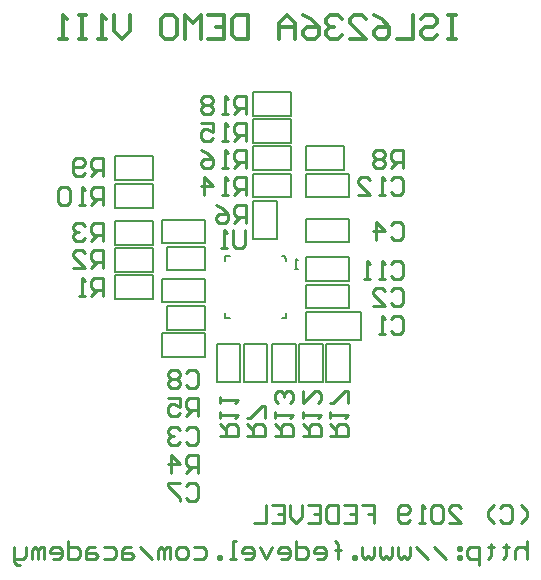
<source format=gbo>
G04*
G04 #@! TF.GenerationSoftware,Altium Limited,Altium Designer,19.0.13 (425)*
G04*
G04 Layer_Color=32896*
%FSLAX44Y44*%
%MOMM*%
G71*
G01*
G75*
%ADD10C,0.2000*%
%ADD11C,0.2540*%
%ADD47C,0.3500*%
D10*
X276000Y272000D02*
Y274000D01*
Y224000D02*
Y228000D01*
X272000Y224000D02*
X276000D01*
X224000D02*
X228000D01*
X224000D02*
Y228000D01*
Y272000D02*
Y276000D01*
X228000D01*
X272000D02*
X274000D01*
X276000Y274000D01*
X237000Y170000D02*
Y202000D01*
X217000Y170000D02*
X237000D01*
X217000D02*
Y202000D01*
X237000D01*
X240000Y170000D02*
Y202000D01*
X260000D01*
Y170000D02*
Y202000D01*
X240000Y170000D02*
X260000D01*
X284000D02*
Y202000D01*
X264000Y170000D02*
X284000D01*
X264000D02*
Y202000D01*
X284000D01*
X287000Y170000D02*
Y202000D01*
X307000D01*
Y170000D02*
Y202000D01*
X287000Y170000D02*
X307000D01*
X330000D02*
Y202000D01*
X310000Y170000D02*
X330000D01*
X310000D02*
Y202000D01*
X330000D01*
X339000Y205000D02*
Y229000D01*
X293000D02*
X339000D01*
X293000Y205000D02*
Y229000D01*
Y205000D02*
X339000D01*
X293000Y232000D02*
X329000D01*
X293000D02*
Y252000D01*
X329000D01*
Y232000D02*
Y252000D01*
X293000Y275000D02*
X329000D01*
Y255000D02*
Y275000D01*
X293000Y255000D02*
X329000D01*
X293000D02*
Y275000D01*
Y288000D02*
X329000D01*
X293000D02*
Y308000D01*
X329000D01*
Y288000D02*
Y308000D01*
X293000Y346000D02*
X329000D01*
Y326000D02*
Y346000D01*
X293000Y326000D02*
X329000D01*
X293000D02*
Y346000D01*
Y349000D02*
X325000D01*
X293000D02*
Y369000D01*
X325000D01*
Y349000D02*
Y369000D01*
X248000Y291000D02*
Y323000D01*
X268000D01*
Y291000D02*
Y323000D01*
X248000Y291000D02*
X268000D01*
X248000Y346000D02*
X280000D01*
Y326000D02*
Y346000D01*
X248000Y326000D02*
X280000D01*
X248000D02*
Y346000D01*
Y369000D02*
X280000D01*
Y349000D02*
Y369000D01*
X248000Y349000D02*
X280000D01*
X248000D02*
Y369000D01*
Y392000D02*
X280000D01*
Y372000D02*
Y392000D01*
X248000Y372000D02*
X280000D01*
X248000D02*
Y392000D01*
Y395000D02*
X280000D01*
X248000D02*
Y415000D01*
X280000D01*
Y395000D02*
Y415000D01*
X171000Y191000D02*
X207000D01*
X171000D02*
Y211000D01*
X207000D01*
Y191000D02*
Y211000D01*
X175000Y234000D02*
X207000D01*
Y214000D02*
Y234000D01*
X175000Y214000D02*
X207000D01*
X175000D02*
Y234000D01*
X171000Y257000D02*
X207000D01*
Y237000D02*
Y257000D01*
X171000Y237000D02*
X207000D01*
X171000D02*
Y257000D01*
X175000Y264000D02*
X207000D01*
X175000D02*
Y284000D01*
X207000D01*
Y264000D02*
Y284000D01*
X171000Y307000D02*
X207000D01*
Y287000D02*
Y307000D01*
X171000Y287000D02*
X207000D01*
X171000D02*
Y307000D01*
X131000Y240000D02*
X163000D01*
X131000D02*
Y260000D01*
X163000D01*
Y240000D02*
Y260000D01*
X131000Y283000D02*
X163000D01*
Y263000D02*
Y283000D01*
X131000Y263000D02*
X163000D01*
X131000D02*
Y283000D01*
Y286000D02*
X163000D01*
X131000D02*
Y306000D01*
X163000D01*
Y286000D02*
Y306000D01*
X131000Y317000D02*
X163000D01*
X131000D02*
Y337000D01*
X163000D01*
Y317000D02*
Y337000D01*
X131000Y341000D02*
X163000D01*
X131000D02*
Y361000D01*
X163000D01*
Y341000D02*
Y361000D01*
X286000Y265000D02*
X283001D01*
X284501D01*
Y273997D01*
X286000Y272498D01*
D11*
X480000Y35235D02*
Y20000D01*
Y27617D01*
X477461Y30157D01*
X472383D01*
X469843Y27617D01*
Y20000D01*
X462226Y32696D02*
Y30157D01*
X464765D01*
X459687D01*
X462226D01*
Y22539D01*
X459687Y20000D01*
X449530Y32696D02*
Y30157D01*
X452069D01*
X446991D01*
X449530D01*
Y22539D01*
X446991Y20000D01*
X439373Y14922D02*
Y30157D01*
X431756D01*
X429216Y27617D01*
Y22539D01*
X431756Y20000D01*
X439373D01*
X424138Y30157D02*
X421599D01*
Y27617D01*
X424138D01*
Y30157D01*
Y22539D02*
X421599D01*
Y20000D01*
X424138D01*
Y22539D01*
X411442Y20000D02*
X401286Y30157D01*
X396207Y20000D02*
X386050Y30157D01*
X380972D02*
Y22539D01*
X378433Y20000D01*
X375894Y22539D01*
X373354Y20000D01*
X370815Y22539D01*
Y30157D01*
X365737D02*
Y22539D01*
X363198Y20000D01*
X360659Y22539D01*
X358120Y20000D01*
X355580Y22539D01*
Y30157D01*
X350502D02*
Y22539D01*
X347963Y20000D01*
X345424Y22539D01*
X342884Y20000D01*
X340345Y22539D01*
Y30157D01*
X335267Y20000D02*
Y22539D01*
X332728D01*
Y20000D01*
X335267D01*
X320032D02*
Y32696D01*
Y27617D01*
X322571D01*
X317493D01*
X320032D01*
Y32696D01*
X317493Y35235D01*
X302257Y20000D02*
X307336D01*
X309875Y22539D01*
Y27617D01*
X307336Y30157D01*
X302257D01*
X299718Y27617D01*
Y25078D01*
X309875D01*
X284483Y35235D02*
Y20000D01*
X292101D01*
X294640Y22539D01*
Y27617D01*
X292101Y30157D01*
X284483D01*
X271787Y20000D02*
X276866D01*
X279405Y22539D01*
Y27617D01*
X276866Y30157D01*
X271787D01*
X269248Y27617D01*
Y25078D01*
X279405D01*
X264170Y30157D02*
X259091Y20000D01*
X254013Y30157D01*
X241317Y20000D02*
X246396D01*
X248935Y22539D01*
Y27617D01*
X246396Y30157D01*
X241317D01*
X238778Y27617D01*
Y25078D01*
X248935D01*
X233700Y20000D02*
X228621D01*
X231161D01*
Y35235D01*
X233700D01*
X221004Y20000D02*
Y22539D01*
X218465D01*
Y20000D01*
X221004D01*
X198151Y30157D02*
X205769D01*
X208308Y27617D01*
Y22539D01*
X205769Y20000D01*
X198151D01*
X190534D02*
X185455D01*
X182916Y22539D01*
Y27617D01*
X185455Y30157D01*
X190534D01*
X193073Y27617D01*
Y22539D01*
X190534Y20000D01*
X177838D02*
Y30157D01*
X175299D01*
X172759Y27617D01*
Y20000D01*
Y27617D01*
X170220Y30157D01*
X167681Y27617D01*
Y20000D01*
X162603D02*
X152446Y30157D01*
X144829D02*
X139750D01*
X137211Y27617D01*
Y20000D01*
X144829D01*
X147368Y22539D01*
X144829Y25078D01*
X137211D01*
X121976Y30157D02*
X129593D01*
X132133Y27617D01*
Y22539D01*
X129593Y20000D01*
X121976D01*
X114358Y30157D02*
X109280D01*
X106741Y27617D01*
Y20000D01*
X114358D01*
X116897Y22539D01*
X114358Y25078D01*
X106741D01*
X91506Y35235D02*
Y20000D01*
X99123D01*
X101662Y22539D01*
Y27617D01*
X99123Y30157D01*
X91506D01*
X78810Y20000D02*
X83888D01*
X86427Y22539D01*
Y27617D01*
X83888Y30157D01*
X78810D01*
X76271Y27617D01*
Y25078D01*
X86427D01*
X71192Y20000D02*
Y30157D01*
X68653D01*
X66114Y27617D01*
Y20000D01*
Y27617D01*
X63575Y30157D01*
X61036Y27617D01*
Y20000D01*
X55957Y30157D02*
Y22539D01*
X53418Y20000D01*
X45800D01*
Y17461D01*
X48340Y14922D01*
X50879D01*
X45800Y20000D02*
Y30157D01*
X474922Y50000D02*
X480000Y55078D01*
Y60157D01*
X474922Y65235D01*
X457147Y62696D02*
X459687Y65235D01*
X464765D01*
X467304Y62696D01*
Y52539D01*
X464765Y50000D01*
X459687D01*
X457147Y52539D01*
X452069Y50000D02*
X446991Y55078D01*
Y60157D01*
X452069Y65235D01*
X413981Y50000D02*
X424138D01*
X413981Y60157D01*
Y62696D01*
X416521Y65235D01*
X421599D01*
X424138Y62696D01*
X408903D02*
X406364Y65235D01*
X401286D01*
X398746Y62696D01*
Y52539D01*
X401286Y50000D01*
X406364D01*
X408903Y52539D01*
Y62696D01*
X393668Y50000D02*
X388590D01*
X391129D01*
Y65235D01*
X393668Y62696D01*
X380972Y52539D02*
X378433Y50000D01*
X373354D01*
X370815Y52539D01*
Y62696D01*
X373354Y65235D01*
X378433D01*
X380972Y62696D01*
Y60157D01*
X378433Y57618D01*
X370815D01*
X340345Y65235D02*
X350502D01*
Y57618D01*
X345424D01*
X350502D01*
Y50000D01*
X325110Y65235D02*
X335267D01*
Y50000D01*
X325110D01*
X335267Y57618D02*
X330188D01*
X320032Y65235D02*
Y50000D01*
X312414D01*
X309875Y52539D01*
Y62696D01*
X312414Y65235D01*
X320032D01*
X294640D02*
X304797D01*
Y50000D01*
X294640D01*
X304797Y57618D02*
X299718D01*
X289562Y65235D02*
Y55078D01*
X284483Y50000D01*
X279405Y55078D01*
Y65235D01*
X264170D02*
X274327D01*
Y50000D01*
X264170D01*
X274327Y57618D02*
X269248D01*
X259091Y65235D02*
Y50000D01*
X248935D01*
X241000Y298235D02*
Y285539D01*
X238461Y283000D01*
X233382D01*
X230843Y285539D01*
Y298235D01*
X225765Y283000D02*
X220687D01*
X223226D01*
Y298235D01*
X225765Y295696D01*
X219500Y124000D02*
X234735D01*
Y131617D01*
X232196Y134157D01*
X227118D01*
X224578Y131617D01*
Y124000D01*
Y129078D02*
X219500Y134157D01*
Y139235D02*
Y144313D01*
Y141774D01*
X234735D01*
X232196Y139235D01*
X219500Y151931D02*
Y157009D01*
Y154470D01*
X234735D01*
X232196Y151931D01*
X242500Y124000D02*
X257735D01*
Y131617D01*
X255196Y134157D01*
X250118D01*
X247578Y131617D01*
Y124000D01*
Y129078D02*
X242500Y134157D01*
X257735Y139235D02*
Y149392D01*
X255196D01*
X245039Y139235D01*
X242500D01*
X266500Y124000D02*
X281735D01*
Y131617D01*
X279196Y134157D01*
X274118D01*
X271578Y131617D01*
Y124000D01*
Y129078D02*
X266500Y134157D01*
Y139235D02*
Y144313D01*
Y141774D01*
X281735D01*
X279196Y139235D01*
Y151931D02*
X281735Y154470D01*
Y159549D01*
X279196Y162088D01*
X276657D01*
X274118Y159549D01*
Y157009D01*
Y159549D01*
X271578Y162088D01*
X269039D01*
X266500Y159549D01*
Y154470D01*
X269039Y151931D01*
X290000Y124000D02*
X305235D01*
Y131617D01*
X302696Y134157D01*
X297617D01*
X295078Y131617D01*
Y124000D01*
Y129078D02*
X290000Y134157D01*
Y139235D02*
Y144313D01*
Y141774D01*
X305235D01*
X302696Y139235D01*
X290000Y162088D02*
Y151931D01*
X300157Y162088D01*
X302696D01*
X305235Y159549D01*
Y154470D01*
X302696Y151931D01*
X313000Y124000D02*
X328235D01*
Y131617D01*
X325696Y134157D01*
X320617D01*
X318078Y131617D01*
Y124000D01*
Y129078D02*
X313000Y134157D01*
Y139235D02*
Y144313D01*
Y141774D01*
X328235D01*
X325696Y139235D01*
X328235Y151931D02*
Y162088D01*
X325696D01*
X315539Y151931D01*
X313000D01*
X364279Y223310D02*
X366819Y225849D01*
X371897D01*
X374436Y223310D01*
Y213153D01*
X371897Y210614D01*
X366819D01*
X364279Y213153D01*
X359201Y210614D02*
X354123D01*
X356662D01*
Y225849D01*
X359201Y223310D01*
X364279Y246424D02*
X366819Y248963D01*
X371897D01*
X374436Y246424D01*
Y236267D01*
X371897Y233728D01*
X366819D01*
X364279Y236267D01*
X349044Y233728D02*
X359201D01*
X349044Y243885D01*
Y246424D01*
X351583Y248963D01*
X356662D01*
X359201Y246424D01*
X364279Y269284D02*
X366819Y271823D01*
X371897D01*
X374436Y269284D01*
Y259127D01*
X371897Y256588D01*
X366819D01*
X364279Y259127D01*
X359201Y256588D02*
X354123D01*
X356662D01*
Y271823D01*
X359201Y269284D01*
X346505Y256588D02*
X341427D01*
X343966D01*
Y271823D01*
X346505Y269284D01*
X364279Y302304D02*
X366819Y304843D01*
X371897D01*
X374436Y302304D01*
Y292147D01*
X371897Y289608D01*
X366819D01*
X364279Y292147D01*
X351583Y289608D02*
Y304843D01*
X359201Y297225D01*
X349044D01*
X364279Y340404D02*
X366819Y342943D01*
X371897D01*
X374436Y340404D01*
Y330247D01*
X371897Y327708D01*
X366819D01*
X364279Y330247D01*
X359201Y327708D02*
X354123D01*
X356662D01*
Y342943D01*
X359201Y340404D01*
X336348Y327708D02*
X346505D01*
X336348Y337865D01*
Y340404D01*
X338887Y342943D01*
X343966D01*
X346505Y340404D01*
X374436Y350568D02*
Y365803D01*
X366819D01*
X364279Y363264D01*
Y358186D01*
X366819Y355646D01*
X374436D01*
X369358D02*
X364279Y350568D01*
X359201Y363264D02*
X356662Y365803D01*
X351583D01*
X349044Y363264D01*
Y360725D01*
X351583Y358186D01*
X349044Y355646D01*
Y353107D01*
X351583Y350568D01*
X356662D01*
X359201Y353107D01*
Y355646D01*
X356662Y358186D01*
X359201Y360725D01*
Y363264D01*
X356662Y358186D02*
X351583D01*
X241508Y304594D02*
Y319829D01*
X233890D01*
X231351Y317290D01*
Y312211D01*
X233890Y309672D01*
X241508D01*
X236430D02*
X231351Y304594D01*
X216116Y319829D02*
X221195Y317290D01*
X226273Y312211D01*
Y307133D01*
X223734Y304594D01*
X218655D01*
X216116Y307133D01*
Y309672D01*
X218655Y312211D01*
X226273D01*
X241508Y327708D02*
Y342943D01*
X233890D01*
X231351Y340404D01*
Y335326D01*
X233890Y332786D01*
X241508D01*
X236430D02*
X231351Y327708D01*
X226273D02*
X221195D01*
X223734D01*
Y342943D01*
X226273Y340404D01*
X205959Y327708D02*
Y342943D01*
X213577Y335326D01*
X203420D01*
X241508Y350568D02*
Y365803D01*
X233890D01*
X231351Y363264D01*
Y358186D01*
X233890Y355646D01*
X241508D01*
X236430D02*
X231351Y350568D01*
X226273D02*
X221195D01*
X223734D01*
Y365803D01*
X226273Y363264D01*
X203420Y365803D02*
X208499Y363264D01*
X213577Y358186D01*
Y353107D01*
X211038Y350568D01*
X205959D01*
X203420Y353107D01*
Y355646D01*
X205959Y358186D01*
X213577D01*
X241508Y373682D02*
Y388917D01*
X233890D01*
X231351Y386378D01*
Y381300D01*
X233890Y378760D01*
X241508D01*
X236430D02*
X231351Y373682D01*
X226273D02*
X221195D01*
X223734D01*
Y388917D01*
X226273Y386378D01*
X203420Y388917D02*
X213577D01*
Y381300D01*
X208499Y383839D01*
X205959D01*
X203420Y381300D01*
Y376221D01*
X205959Y373682D01*
X211038D01*
X213577Y376221D01*
X241508Y396542D02*
Y411777D01*
X233890D01*
X231351Y409238D01*
Y404160D01*
X233890Y401620D01*
X241508D01*
X236430D02*
X231351Y396542D01*
X226273D02*
X221195D01*
X223734D01*
Y411777D01*
X226273Y409238D01*
X213577D02*
X211038Y411777D01*
X205959D01*
X203420Y409238D01*
Y406699D01*
X205959Y404160D01*
X203420Y401620D01*
Y399081D01*
X205959Y396542D01*
X211038D01*
X213577Y399081D01*
Y401620D01*
X211038Y404160D01*
X213577Y406699D01*
Y409238D01*
X211038Y404160D02*
X205959D01*
X191199Y81276D02*
X193738Y83815D01*
X198817D01*
X201356Y81276D01*
Y71119D01*
X198817Y68580D01*
X193738D01*
X191199Y71119D01*
X186121Y83815D02*
X175964D01*
Y81276D01*
X186121Y71119D01*
Y68580D01*
X201356Y92583D02*
Y107818D01*
X193738D01*
X191199Y105279D01*
Y100201D01*
X193738Y97661D01*
X201356D01*
X196278D02*
X191199Y92583D01*
X178503D02*
Y107818D01*
X186121Y100201D01*
X175964D01*
X191199Y129282D02*
X193738Y131821D01*
X198817D01*
X201356Y129282D01*
Y119125D01*
X198817Y116586D01*
X193738D01*
X191199Y119125D01*
X186121Y129282D02*
X183582Y131821D01*
X178503D01*
X175964Y129282D01*
Y126743D01*
X178503Y124204D01*
X181043D01*
X178503D01*
X175964Y121664D01*
Y119125D01*
X178503Y116586D01*
X183582D01*
X186121Y119125D01*
X201356Y140589D02*
Y155824D01*
X193738D01*
X191199Y153285D01*
Y148207D01*
X193738Y145667D01*
X201356D01*
X196278D02*
X191199Y140589D01*
X175964Y155824D02*
X186121D01*
Y148207D01*
X181043Y150746D01*
X178503D01*
X175964Y148207D01*
Y143128D01*
X178503Y140589D01*
X183582D01*
X186121Y143128D01*
X191199Y177288D02*
X193738Y179827D01*
X198817D01*
X201356Y177288D01*
Y167131D01*
X198817Y164592D01*
X193738D01*
X191199Y167131D01*
X186121Y177288D02*
X183582Y179827D01*
X178503D01*
X175964Y177288D01*
Y174749D01*
X178503Y172209D01*
X175964Y169670D01*
Y167131D01*
X178503Y164592D01*
X183582D01*
X186121Y167131D01*
Y169670D01*
X183582Y172209D01*
X186121Y174749D01*
Y177288D01*
X183582Y172209D02*
X178503D01*
X120414Y242602D02*
Y257837D01*
X112796D01*
X110257Y255298D01*
Y250219D01*
X112796Y247680D01*
X120414D01*
X115336D02*
X110257Y242602D01*
X105179D02*
X100101D01*
X102640D01*
Y257837D01*
X105179Y255298D01*
X120414Y265716D02*
Y280951D01*
X112796D01*
X110257Y278412D01*
Y273333D01*
X112796Y270794D01*
X120414D01*
X115336D02*
X110257Y265716D01*
X95022D02*
X105179D01*
X95022Y275873D01*
Y278412D01*
X97561Y280951D01*
X102640D01*
X105179Y278412D01*
X120414Y288576D02*
Y303811D01*
X112796D01*
X110257Y301272D01*
Y296194D01*
X112796Y293654D01*
X120414D01*
X115336D02*
X110257Y288576D01*
X105179Y301272D02*
X102640Y303811D01*
X97561D01*
X95022Y301272D01*
Y298733D01*
X97561Y296194D01*
X100101D01*
X97561D01*
X95022Y293654D01*
Y291115D01*
X97561Y288576D01*
X102640D01*
X105179Y291115D01*
X120414Y319564D02*
Y334799D01*
X112796D01*
X110257Y332260D01*
Y327182D01*
X112796Y324642D01*
X120414D01*
X115336D02*
X110257Y319564D01*
X105179D02*
X100101D01*
X102640D01*
Y334799D01*
X105179Y332260D01*
X92483D02*
X89944Y334799D01*
X84866D01*
X82326Y332260D01*
Y322103D01*
X84866Y319564D01*
X89944D01*
X92483Y322103D01*
Y332260D01*
X120414Y343694D02*
Y358929D01*
X112796D01*
X110257Y356390D01*
Y351311D01*
X112796Y348772D01*
X120414D01*
X115336D02*
X110257Y343694D01*
X105179Y346233D02*
X102640Y343694D01*
X97561D01*
X95022Y346233D01*
Y356390D01*
X97561Y358929D01*
X102640D01*
X105179Y356390D01*
Y353851D01*
X102640Y351311D01*
X95022D01*
D47*
X420000Y479994D02*
X413335D01*
X416668D01*
Y460000D01*
X420000D01*
X413335D01*
X390010Y476661D02*
X393342Y479994D01*
X400006D01*
X403339Y476661D01*
Y473329D01*
X400006Y469997D01*
X393342D01*
X390010Y466665D01*
Y463332D01*
X393342Y460000D01*
X400006D01*
X403339Y463332D01*
X383345Y479994D02*
Y460000D01*
X370016D01*
X350023Y479994D02*
X356687Y476661D01*
X363352Y469997D01*
Y463332D01*
X360019Y460000D01*
X353355D01*
X350023Y463332D01*
Y466665D01*
X353355Y469997D01*
X363352D01*
X330029Y460000D02*
X343358D01*
X330029Y473329D01*
Y476661D01*
X333361Y479994D01*
X340026D01*
X343358Y476661D01*
X323364D02*
X320032Y479994D01*
X313368D01*
X310035Y476661D01*
Y473329D01*
X313368Y469997D01*
X316700D01*
X313368D01*
X310035Y466665D01*
Y463332D01*
X313368Y460000D01*
X320032D01*
X323364Y463332D01*
X290042Y479994D02*
X296706Y476661D01*
X303371Y469997D01*
Y463332D01*
X300039Y460000D01*
X293374D01*
X290042Y463332D01*
Y466665D01*
X293374Y469997D01*
X303371D01*
X283377Y460000D02*
Y473329D01*
X276713Y479994D01*
X270048Y473329D01*
Y460000D01*
Y469997D01*
X283377D01*
X243390Y479994D02*
Y460000D01*
X233393D01*
X230061Y463332D01*
Y476661D01*
X233393Y479994D01*
X243390D01*
X210068D02*
X223397D01*
Y460000D01*
X210068D01*
X223397Y469997D02*
X216732D01*
X203403Y460000D02*
Y479994D01*
X196739Y473329D01*
X190074Y479994D01*
Y460000D01*
X173413Y479994D02*
X180077D01*
X183410Y476661D01*
Y463332D01*
X180077Y460000D01*
X173413D01*
X170081Y463332D01*
Y476661D01*
X173413Y479994D01*
X143422D02*
Y466665D01*
X136758Y460000D01*
X130093Y466665D01*
Y479994D01*
X123429Y460000D02*
X116764D01*
X120097D01*
Y479994D01*
X123429Y476661D01*
X106768Y479994D02*
X100103D01*
X103435D01*
Y460000D01*
X106768D01*
X100103D01*
X90106D02*
X83442D01*
X86774D01*
Y479994D01*
X90106Y476661D01*
M02*

</source>
